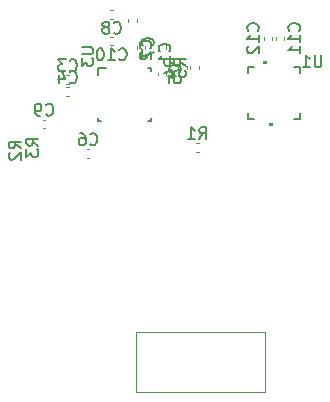
<source format=gbr>
%TF.GenerationSoftware,KiCad,Pcbnew,8.0.5*%
%TF.CreationDate,2025-04-19T21:57:35-04:00*%
%TF.ProjectId,tcg_counter,7463675f-636f-4756-9e74-65722e6b6963,1*%
%TF.SameCoordinates,Original*%
%TF.FileFunction,Legend,Bot*%
%TF.FilePolarity,Positive*%
%FSLAX46Y46*%
G04 Gerber Fmt 4.6, Leading zero omitted, Abs format (unit mm)*
G04 Created by KiCad (PCBNEW 8.0.5) date 2025-04-19 21:57:35*
%MOMM*%
%LPD*%
G01*
G04 APERTURE LIST*
%ADD10C,0.150000*%
%ADD11C,0.120000*%
%ADD12C,0.152400*%
%ADD13C,0.000000*%
G04 APERTURE END LIST*
D10*
X131454819Y-99988095D02*
X132264342Y-99988095D01*
X132264342Y-99988095D02*
X132359580Y-100035714D01*
X132359580Y-100035714D02*
X132407200Y-100083333D01*
X132407200Y-100083333D02*
X132454819Y-100178571D01*
X132454819Y-100178571D02*
X132454819Y-100369047D01*
X132454819Y-100369047D02*
X132407200Y-100464285D01*
X132407200Y-100464285D02*
X132359580Y-100511904D01*
X132359580Y-100511904D02*
X132264342Y-100559523D01*
X132264342Y-100559523D02*
X131454819Y-100559523D01*
X131454819Y-100940476D02*
X131454819Y-101559523D01*
X131454819Y-101559523D02*
X131835771Y-101226190D01*
X131835771Y-101226190D02*
X131835771Y-101369047D01*
X131835771Y-101369047D02*
X131883390Y-101464285D01*
X131883390Y-101464285D02*
X131931009Y-101511904D01*
X131931009Y-101511904D02*
X132026247Y-101559523D01*
X132026247Y-101559523D02*
X132264342Y-101559523D01*
X132264342Y-101559523D02*
X132359580Y-101511904D01*
X132359580Y-101511904D02*
X132407200Y-101464285D01*
X132407200Y-101464285D02*
X132454819Y-101369047D01*
X132454819Y-101369047D02*
X132454819Y-101083333D01*
X132454819Y-101083333D02*
X132407200Y-100988095D01*
X132407200Y-100988095D02*
X132359580Y-100940476D01*
X137269580Y-100083333D02*
X137317200Y-100035714D01*
X137317200Y-100035714D02*
X137364819Y-99892857D01*
X137364819Y-99892857D02*
X137364819Y-99797619D01*
X137364819Y-99797619D02*
X137317200Y-99654762D01*
X137317200Y-99654762D02*
X137221961Y-99559524D01*
X137221961Y-99559524D02*
X137126723Y-99511905D01*
X137126723Y-99511905D02*
X136936247Y-99464286D01*
X136936247Y-99464286D02*
X136793390Y-99464286D01*
X136793390Y-99464286D02*
X136602914Y-99511905D01*
X136602914Y-99511905D02*
X136507676Y-99559524D01*
X136507676Y-99559524D02*
X136412438Y-99654762D01*
X136412438Y-99654762D02*
X136364819Y-99797619D01*
X136364819Y-99797619D02*
X136364819Y-99892857D01*
X136364819Y-99892857D02*
X136412438Y-100035714D01*
X136412438Y-100035714D02*
X136460057Y-100083333D01*
X136460057Y-100464286D02*
X136412438Y-100511905D01*
X136412438Y-100511905D02*
X136364819Y-100607143D01*
X136364819Y-100607143D02*
X136364819Y-100845238D01*
X136364819Y-100845238D02*
X136412438Y-100940476D01*
X136412438Y-100940476D02*
X136460057Y-100988095D01*
X136460057Y-100988095D02*
X136555295Y-101035714D01*
X136555295Y-101035714D02*
X136650533Y-101035714D01*
X136650533Y-101035714D02*
X136793390Y-100988095D01*
X136793390Y-100988095D02*
X137364819Y-100416667D01*
X137364819Y-100416667D02*
X137364819Y-101035714D01*
X140284819Y-101573333D02*
X139808628Y-101240000D01*
X140284819Y-101001905D02*
X139284819Y-101001905D01*
X139284819Y-101001905D02*
X139284819Y-101382857D01*
X139284819Y-101382857D02*
X139332438Y-101478095D01*
X139332438Y-101478095D02*
X139380057Y-101525714D01*
X139380057Y-101525714D02*
X139475295Y-101573333D01*
X139475295Y-101573333D02*
X139618152Y-101573333D01*
X139618152Y-101573333D02*
X139713390Y-101525714D01*
X139713390Y-101525714D02*
X139761009Y-101478095D01*
X139761009Y-101478095D02*
X139808628Y-101382857D01*
X139808628Y-101382857D02*
X139808628Y-101001905D01*
X139284819Y-102478095D02*
X139284819Y-102001905D01*
X139284819Y-102001905D02*
X139761009Y-101954286D01*
X139761009Y-101954286D02*
X139713390Y-102001905D01*
X139713390Y-102001905D02*
X139665771Y-102097143D01*
X139665771Y-102097143D02*
X139665771Y-102335238D01*
X139665771Y-102335238D02*
X139713390Y-102430476D01*
X139713390Y-102430476D02*
X139761009Y-102478095D01*
X139761009Y-102478095D02*
X139856247Y-102525714D01*
X139856247Y-102525714D02*
X140094342Y-102525714D01*
X140094342Y-102525714D02*
X140189580Y-102478095D01*
X140189580Y-102478095D02*
X140237200Y-102430476D01*
X140237200Y-102430476D02*
X140284819Y-102335238D01*
X140284819Y-102335238D02*
X140284819Y-102097143D01*
X140284819Y-102097143D02*
X140237200Y-102001905D01*
X140237200Y-102001905D02*
X140189580Y-101954286D01*
X126284819Y-108568333D02*
X125808628Y-108235000D01*
X126284819Y-107996905D02*
X125284819Y-107996905D01*
X125284819Y-107996905D02*
X125284819Y-108377857D01*
X125284819Y-108377857D02*
X125332438Y-108473095D01*
X125332438Y-108473095D02*
X125380057Y-108520714D01*
X125380057Y-108520714D02*
X125475295Y-108568333D01*
X125475295Y-108568333D02*
X125618152Y-108568333D01*
X125618152Y-108568333D02*
X125713390Y-108520714D01*
X125713390Y-108520714D02*
X125761009Y-108473095D01*
X125761009Y-108473095D02*
X125808628Y-108377857D01*
X125808628Y-108377857D02*
X125808628Y-107996905D01*
X125380057Y-108949286D02*
X125332438Y-108996905D01*
X125332438Y-108996905D02*
X125284819Y-109092143D01*
X125284819Y-109092143D02*
X125284819Y-109330238D01*
X125284819Y-109330238D02*
X125332438Y-109425476D01*
X125332438Y-109425476D02*
X125380057Y-109473095D01*
X125380057Y-109473095D02*
X125475295Y-109520714D01*
X125475295Y-109520714D02*
X125570533Y-109520714D01*
X125570533Y-109520714D02*
X125713390Y-109473095D01*
X125713390Y-109473095D02*
X126284819Y-108901667D01*
X126284819Y-108901667D02*
X126284819Y-109520714D01*
X139769580Y-102103333D02*
X139817200Y-102055714D01*
X139817200Y-102055714D02*
X139864819Y-101912857D01*
X139864819Y-101912857D02*
X139864819Y-101817619D01*
X139864819Y-101817619D02*
X139817200Y-101674762D01*
X139817200Y-101674762D02*
X139721961Y-101579524D01*
X139721961Y-101579524D02*
X139626723Y-101531905D01*
X139626723Y-101531905D02*
X139436247Y-101484286D01*
X139436247Y-101484286D02*
X139293390Y-101484286D01*
X139293390Y-101484286D02*
X139102914Y-101531905D01*
X139102914Y-101531905D02*
X139007676Y-101579524D01*
X139007676Y-101579524D02*
X138912438Y-101674762D01*
X138912438Y-101674762D02*
X138864819Y-101817619D01*
X138864819Y-101817619D02*
X138864819Y-101912857D01*
X138864819Y-101912857D02*
X138912438Y-102055714D01*
X138912438Y-102055714D02*
X138960057Y-102103333D01*
X138864819Y-103008095D02*
X138864819Y-102531905D01*
X138864819Y-102531905D02*
X139341009Y-102484286D01*
X139341009Y-102484286D02*
X139293390Y-102531905D01*
X139293390Y-102531905D02*
X139245771Y-102627143D01*
X139245771Y-102627143D02*
X139245771Y-102865238D01*
X139245771Y-102865238D02*
X139293390Y-102960476D01*
X139293390Y-102960476D02*
X139341009Y-103008095D01*
X139341009Y-103008095D02*
X139436247Y-103055714D01*
X139436247Y-103055714D02*
X139674342Y-103055714D01*
X139674342Y-103055714D02*
X139769580Y-103008095D01*
X139769580Y-103008095D02*
X139817200Y-102960476D01*
X139817200Y-102960476D02*
X139864819Y-102865238D01*
X139864819Y-102865238D02*
X139864819Y-102627143D01*
X139864819Y-102627143D02*
X139817200Y-102531905D01*
X139817200Y-102531905D02*
X139769580Y-102484286D01*
X128436666Y-105699580D02*
X128484285Y-105747200D01*
X128484285Y-105747200D02*
X128627142Y-105794819D01*
X128627142Y-105794819D02*
X128722380Y-105794819D01*
X128722380Y-105794819D02*
X128865237Y-105747200D01*
X128865237Y-105747200D02*
X128960475Y-105651961D01*
X128960475Y-105651961D02*
X129008094Y-105556723D01*
X129008094Y-105556723D02*
X129055713Y-105366247D01*
X129055713Y-105366247D02*
X129055713Y-105223390D01*
X129055713Y-105223390D02*
X129008094Y-105032914D01*
X129008094Y-105032914D02*
X128960475Y-104937676D01*
X128960475Y-104937676D02*
X128865237Y-104842438D01*
X128865237Y-104842438D02*
X128722380Y-104794819D01*
X128722380Y-104794819D02*
X128627142Y-104794819D01*
X128627142Y-104794819D02*
X128484285Y-104842438D01*
X128484285Y-104842438D02*
X128436666Y-104890057D01*
X127960475Y-105794819D02*
X127769999Y-105794819D01*
X127769999Y-105794819D02*
X127674761Y-105747200D01*
X127674761Y-105747200D02*
X127627142Y-105699580D01*
X127627142Y-105699580D02*
X127531904Y-105556723D01*
X127531904Y-105556723D02*
X127484285Y-105366247D01*
X127484285Y-105366247D02*
X127484285Y-104985295D01*
X127484285Y-104985295D02*
X127531904Y-104890057D01*
X127531904Y-104890057D02*
X127579523Y-104842438D01*
X127579523Y-104842438D02*
X127674761Y-104794819D01*
X127674761Y-104794819D02*
X127865237Y-104794819D01*
X127865237Y-104794819D02*
X127960475Y-104842438D01*
X127960475Y-104842438D02*
X128008094Y-104890057D01*
X128008094Y-104890057D02*
X128055713Y-104985295D01*
X128055713Y-104985295D02*
X128055713Y-105223390D01*
X128055713Y-105223390D02*
X128008094Y-105318628D01*
X128008094Y-105318628D02*
X127960475Y-105366247D01*
X127960475Y-105366247D02*
X127865237Y-105413866D01*
X127865237Y-105413866D02*
X127674761Y-105413866D01*
X127674761Y-105413866D02*
X127579523Y-105366247D01*
X127579523Y-105366247D02*
X127531904Y-105318628D01*
X127531904Y-105318628D02*
X127484285Y-105223390D01*
X127784819Y-108333333D02*
X127308628Y-108000000D01*
X127784819Y-107761905D02*
X126784819Y-107761905D01*
X126784819Y-107761905D02*
X126784819Y-108142857D01*
X126784819Y-108142857D02*
X126832438Y-108238095D01*
X126832438Y-108238095D02*
X126880057Y-108285714D01*
X126880057Y-108285714D02*
X126975295Y-108333333D01*
X126975295Y-108333333D02*
X127118152Y-108333333D01*
X127118152Y-108333333D02*
X127213390Y-108285714D01*
X127213390Y-108285714D02*
X127261009Y-108238095D01*
X127261009Y-108238095D02*
X127308628Y-108142857D01*
X127308628Y-108142857D02*
X127308628Y-107761905D01*
X126784819Y-108666667D02*
X126784819Y-109285714D01*
X126784819Y-109285714D02*
X127165771Y-108952381D01*
X127165771Y-108952381D02*
X127165771Y-109095238D01*
X127165771Y-109095238D02*
X127213390Y-109190476D01*
X127213390Y-109190476D02*
X127261009Y-109238095D01*
X127261009Y-109238095D02*
X127356247Y-109285714D01*
X127356247Y-109285714D02*
X127594342Y-109285714D01*
X127594342Y-109285714D02*
X127689580Y-109238095D01*
X127689580Y-109238095D02*
X127737200Y-109190476D01*
X127737200Y-109190476D02*
X127784819Y-109095238D01*
X127784819Y-109095238D02*
X127784819Y-108809524D01*
X127784819Y-108809524D02*
X127737200Y-108714286D01*
X127737200Y-108714286D02*
X127689580Y-108666667D01*
X139444819Y-101573333D02*
X138968628Y-101240000D01*
X139444819Y-101001905D02*
X138444819Y-101001905D01*
X138444819Y-101001905D02*
X138444819Y-101382857D01*
X138444819Y-101382857D02*
X138492438Y-101478095D01*
X138492438Y-101478095D02*
X138540057Y-101525714D01*
X138540057Y-101525714D02*
X138635295Y-101573333D01*
X138635295Y-101573333D02*
X138778152Y-101573333D01*
X138778152Y-101573333D02*
X138873390Y-101525714D01*
X138873390Y-101525714D02*
X138921009Y-101478095D01*
X138921009Y-101478095D02*
X138968628Y-101382857D01*
X138968628Y-101382857D02*
X138968628Y-101001905D01*
X138778152Y-102430476D02*
X139444819Y-102430476D01*
X138397200Y-102192381D02*
X139111485Y-101954286D01*
X139111485Y-101954286D02*
X139111485Y-102573333D01*
X137449580Y-99853333D02*
X137497200Y-99805714D01*
X137497200Y-99805714D02*
X137544819Y-99662857D01*
X137544819Y-99662857D02*
X137544819Y-99567619D01*
X137544819Y-99567619D02*
X137497200Y-99424762D01*
X137497200Y-99424762D02*
X137401961Y-99329524D01*
X137401961Y-99329524D02*
X137306723Y-99281905D01*
X137306723Y-99281905D02*
X137116247Y-99234286D01*
X137116247Y-99234286D02*
X136973390Y-99234286D01*
X136973390Y-99234286D02*
X136782914Y-99281905D01*
X136782914Y-99281905D02*
X136687676Y-99329524D01*
X136687676Y-99329524D02*
X136592438Y-99424762D01*
X136592438Y-99424762D02*
X136544819Y-99567619D01*
X136544819Y-99567619D02*
X136544819Y-99662857D01*
X136544819Y-99662857D02*
X136592438Y-99805714D01*
X136592438Y-99805714D02*
X136640057Y-99853333D01*
X136544819Y-100186667D02*
X136544819Y-100853333D01*
X136544819Y-100853333D02*
X137544819Y-100424762D01*
X130436666Y-101949580D02*
X130484285Y-101997200D01*
X130484285Y-101997200D02*
X130627142Y-102044819D01*
X130627142Y-102044819D02*
X130722380Y-102044819D01*
X130722380Y-102044819D02*
X130865237Y-101997200D01*
X130865237Y-101997200D02*
X130960475Y-101901961D01*
X130960475Y-101901961D02*
X131008094Y-101806723D01*
X131008094Y-101806723D02*
X131055713Y-101616247D01*
X131055713Y-101616247D02*
X131055713Y-101473390D01*
X131055713Y-101473390D02*
X131008094Y-101282914D01*
X131008094Y-101282914D02*
X130960475Y-101187676D01*
X130960475Y-101187676D02*
X130865237Y-101092438D01*
X130865237Y-101092438D02*
X130722380Y-101044819D01*
X130722380Y-101044819D02*
X130627142Y-101044819D01*
X130627142Y-101044819D02*
X130484285Y-101092438D01*
X130484285Y-101092438D02*
X130436666Y-101140057D01*
X130103332Y-101044819D02*
X129484285Y-101044819D01*
X129484285Y-101044819D02*
X129817618Y-101425771D01*
X129817618Y-101425771D02*
X129674761Y-101425771D01*
X129674761Y-101425771D02*
X129579523Y-101473390D01*
X129579523Y-101473390D02*
X129531904Y-101521009D01*
X129531904Y-101521009D02*
X129484285Y-101616247D01*
X129484285Y-101616247D02*
X129484285Y-101854342D01*
X129484285Y-101854342D02*
X129531904Y-101949580D01*
X129531904Y-101949580D02*
X129579523Y-101997200D01*
X129579523Y-101997200D02*
X129674761Y-102044819D01*
X129674761Y-102044819D02*
X129960475Y-102044819D01*
X129960475Y-102044819D02*
X130055713Y-101997200D01*
X130055713Y-101997200D02*
X130103332Y-101949580D01*
X151761904Y-100704819D02*
X151761904Y-101514342D01*
X151761904Y-101514342D02*
X151714285Y-101609580D01*
X151714285Y-101609580D02*
X151666666Y-101657200D01*
X151666666Y-101657200D02*
X151571428Y-101704819D01*
X151571428Y-101704819D02*
X151380952Y-101704819D01*
X151380952Y-101704819D02*
X151285714Y-101657200D01*
X151285714Y-101657200D02*
X151238095Y-101609580D01*
X151238095Y-101609580D02*
X151190476Y-101514342D01*
X151190476Y-101514342D02*
X151190476Y-100704819D01*
X150190476Y-101704819D02*
X150761904Y-101704819D01*
X150476190Y-101704819D02*
X150476190Y-100704819D01*
X150476190Y-100704819D02*
X150571428Y-100847676D01*
X150571428Y-100847676D02*
X150666666Y-100942914D01*
X150666666Y-100942914D02*
X150761904Y-100990533D01*
X149859580Y-98607142D02*
X149907200Y-98559523D01*
X149907200Y-98559523D02*
X149954819Y-98416666D01*
X149954819Y-98416666D02*
X149954819Y-98321428D01*
X149954819Y-98321428D02*
X149907200Y-98178571D01*
X149907200Y-98178571D02*
X149811961Y-98083333D01*
X149811961Y-98083333D02*
X149716723Y-98035714D01*
X149716723Y-98035714D02*
X149526247Y-97988095D01*
X149526247Y-97988095D02*
X149383390Y-97988095D01*
X149383390Y-97988095D02*
X149192914Y-98035714D01*
X149192914Y-98035714D02*
X149097676Y-98083333D01*
X149097676Y-98083333D02*
X149002438Y-98178571D01*
X149002438Y-98178571D02*
X148954819Y-98321428D01*
X148954819Y-98321428D02*
X148954819Y-98416666D01*
X148954819Y-98416666D02*
X149002438Y-98559523D01*
X149002438Y-98559523D02*
X149050057Y-98607142D01*
X149954819Y-99559523D02*
X149954819Y-98988095D01*
X149954819Y-99273809D02*
X148954819Y-99273809D01*
X148954819Y-99273809D02*
X149097676Y-99178571D01*
X149097676Y-99178571D02*
X149192914Y-99083333D01*
X149192914Y-99083333D02*
X149240533Y-98988095D01*
X149954819Y-100511904D02*
X149954819Y-99940476D01*
X149954819Y-100226190D02*
X148954819Y-100226190D01*
X148954819Y-100226190D02*
X149097676Y-100130952D01*
X149097676Y-100130952D02*
X149192914Y-100035714D01*
X149192914Y-100035714D02*
X149240533Y-99940476D01*
X134166666Y-98769580D02*
X134214285Y-98817200D01*
X134214285Y-98817200D02*
X134357142Y-98864819D01*
X134357142Y-98864819D02*
X134452380Y-98864819D01*
X134452380Y-98864819D02*
X134595237Y-98817200D01*
X134595237Y-98817200D02*
X134690475Y-98721961D01*
X134690475Y-98721961D02*
X134738094Y-98626723D01*
X134738094Y-98626723D02*
X134785713Y-98436247D01*
X134785713Y-98436247D02*
X134785713Y-98293390D01*
X134785713Y-98293390D02*
X134738094Y-98102914D01*
X134738094Y-98102914D02*
X134690475Y-98007676D01*
X134690475Y-98007676D02*
X134595237Y-97912438D01*
X134595237Y-97912438D02*
X134452380Y-97864819D01*
X134452380Y-97864819D02*
X134357142Y-97864819D01*
X134357142Y-97864819D02*
X134214285Y-97912438D01*
X134214285Y-97912438D02*
X134166666Y-97960057D01*
X133595237Y-98293390D02*
X133690475Y-98245771D01*
X133690475Y-98245771D02*
X133738094Y-98198152D01*
X133738094Y-98198152D02*
X133785713Y-98102914D01*
X133785713Y-98102914D02*
X133785713Y-98055295D01*
X133785713Y-98055295D02*
X133738094Y-97960057D01*
X133738094Y-97960057D02*
X133690475Y-97912438D01*
X133690475Y-97912438D02*
X133595237Y-97864819D01*
X133595237Y-97864819D02*
X133404761Y-97864819D01*
X133404761Y-97864819D02*
X133309523Y-97912438D01*
X133309523Y-97912438D02*
X133261904Y-97960057D01*
X133261904Y-97960057D02*
X133214285Y-98055295D01*
X133214285Y-98055295D02*
X133214285Y-98102914D01*
X133214285Y-98102914D02*
X133261904Y-98198152D01*
X133261904Y-98198152D02*
X133309523Y-98245771D01*
X133309523Y-98245771D02*
X133404761Y-98293390D01*
X133404761Y-98293390D02*
X133595237Y-98293390D01*
X133595237Y-98293390D02*
X133690475Y-98341009D01*
X133690475Y-98341009D02*
X133738094Y-98388628D01*
X133738094Y-98388628D02*
X133785713Y-98483866D01*
X133785713Y-98483866D02*
X133785713Y-98674342D01*
X133785713Y-98674342D02*
X133738094Y-98769580D01*
X133738094Y-98769580D02*
X133690475Y-98817200D01*
X133690475Y-98817200D02*
X133595237Y-98864819D01*
X133595237Y-98864819D02*
X133404761Y-98864819D01*
X133404761Y-98864819D02*
X133309523Y-98817200D01*
X133309523Y-98817200D02*
X133261904Y-98769580D01*
X133261904Y-98769580D02*
X133214285Y-98674342D01*
X133214285Y-98674342D02*
X133214285Y-98483866D01*
X133214285Y-98483866D02*
X133261904Y-98388628D01*
X133261904Y-98388628D02*
X133309523Y-98341009D01*
X133309523Y-98341009D02*
X133404761Y-98293390D01*
X141416666Y-107784819D02*
X141749999Y-107308628D01*
X141988094Y-107784819D02*
X141988094Y-106784819D01*
X141988094Y-106784819D02*
X141607142Y-106784819D01*
X141607142Y-106784819D02*
X141511904Y-106832438D01*
X141511904Y-106832438D02*
X141464285Y-106880057D01*
X141464285Y-106880057D02*
X141416666Y-106975295D01*
X141416666Y-106975295D02*
X141416666Y-107118152D01*
X141416666Y-107118152D02*
X141464285Y-107213390D01*
X141464285Y-107213390D02*
X141511904Y-107261009D01*
X141511904Y-107261009D02*
X141607142Y-107308628D01*
X141607142Y-107308628D02*
X141988094Y-107308628D01*
X140464285Y-107784819D02*
X141035713Y-107784819D01*
X140749999Y-107784819D02*
X140749999Y-106784819D01*
X140749999Y-106784819D02*
X140845237Y-106927676D01*
X140845237Y-106927676D02*
X140940475Y-107022914D01*
X140940475Y-107022914D02*
X141035713Y-107070533D01*
X130436666Y-102949580D02*
X130484285Y-102997200D01*
X130484285Y-102997200D02*
X130627142Y-103044819D01*
X130627142Y-103044819D02*
X130722380Y-103044819D01*
X130722380Y-103044819D02*
X130865237Y-102997200D01*
X130865237Y-102997200D02*
X130960475Y-102901961D01*
X130960475Y-102901961D02*
X131008094Y-102806723D01*
X131008094Y-102806723D02*
X131055713Y-102616247D01*
X131055713Y-102616247D02*
X131055713Y-102473390D01*
X131055713Y-102473390D02*
X131008094Y-102282914D01*
X131008094Y-102282914D02*
X130960475Y-102187676D01*
X130960475Y-102187676D02*
X130865237Y-102092438D01*
X130865237Y-102092438D02*
X130722380Y-102044819D01*
X130722380Y-102044819D02*
X130627142Y-102044819D01*
X130627142Y-102044819D02*
X130484285Y-102092438D01*
X130484285Y-102092438D02*
X130436666Y-102140057D01*
X129579523Y-102378152D02*
X129579523Y-103044819D01*
X129817618Y-101997200D02*
X130055713Y-102711485D01*
X130055713Y-102711485D02*
X129436666Y-102711485D01*
X146359580Y-98607142D02*
X146407200Y-98559523D01*
X146407200Y-98559523D02*
X146454819Y-98416666D01*
X146454819Y-98416666D02*
X146454819Y-98321428D01*
X146454819Y-98321428D02*
X146407200Y-98178571D01*
X146407200Y-98178571D02*
X146311961Y-98083333D01*
X146311961Y-98083333D02*
X146216723Y-98035714D01*
X146216723Y-98035714D02*
X146026247Y-97988095D01*
X146026247Y-97988095D02*
X145883390Y-97988095D01*
X145883390Y-97988095D02*
X145692914Y-98035714D01*
X145692914Y-98035714D02*
X145597676Y-98083333D01*
X145597676Y-98083333D02*
X145502438Y-98178571D01*
X145502438Y-98178571D02*
X145454819Y-98321428D01*
X145454819Y-98321428D02*
X145454819Y-98416666D01*
X145454819Y-98416666D02*
X145502438Y-98559523D01*
X145502438Y-98559523D02*
X145550057Y-98607142D01*
X146454819Y-99559523D02*
X146454819Y-98988095D01*
X146454819Y-99273809D02*
X145454819Y-99273809D01*
X145454819Y-99273809D02*
X145597676Y-99178571D01*
X145597676Y-99178571D02*
X145692914Y-99083333D01*
X145692914Y-99083333D02*
X145740533Y-98988095D01*
X145550057Y-99940476D02*
X145502438Y-99988095D01*
X145502438Y-99988095D02*
X145454819Y-100083333D01*
X145454819Y-100083333D02*
X145454819Y-100321428D01*
X145454819Y-100321428D02*
X145502438Y-100416666D01*
X145502438Y-100416666D02*
X145550057Y-100464285D01*
X145550057Y-100464285D02*
X145645295Y-100511904D01*
X145645295Y-100511904D02*
X145740533Y-100511904D01*
X145740533Y-100511904D02*
X145883390Y-100464285D01*
X145883390Y-100464285D02*
X146454819Y-99892857D01*
X146454819Y-99892857D02*
X146454819Y-100511904D01*
X134642857Y-101019580D02*
X134690476Y-101067200D01*
X134690476Y-101067200D02*
X134833333Y-101114819D01*
X134833333Y-101114819D02*
X134928571Y-101114819D01*
X134928571Y-101114819D02*
X135071428Y-101067200D01*
X135071428Y-101067200D02*
X135166666Y-100971961D01*
X135166666Y-100971961D02*
X135214285Y-100876723D01*
X135214285Y-100876723D02*
X135261904Y-100686247D01*
X135261904Y-100686247D02*
X135261904Y-100543390D01*
X135261904Y-100543390D02*
X135214285Y-100352914D01*
X135214285Y-100352914D02*
X135166666Y-100257676D01*
X135166666Y-100257676D02*
X135071428Y-100162438D01*
X135071428Y-100162438D02*
X134928571Y-100114819D01*
X134928571Y-100114819D02*
X134833333Y-100114819D01*
X134833333Y-100114819D02*
X134690476Y-100162438D01*
X134690476Y-100162438D02*
X134642857Y-100210057D01*
X133690476Y-101114819D02*
X134261904Y-101114819D01*
X133976190Y-101114819D02*
X133976190Y-100114819D01*
X133976190Y-100114819D02*
X134071428Y-100257676D01*
X134071428Y-100257676D02*
X134166666Y-100352914D01*
X134166666Y-100352914D02*
X134261904Y-100400533D01*
X133071428Y-100114819D02*
X132976190Y-100114819D01*
X132976190Y-100114819D02*
X132880952Y-100162438D01*
X132880952Y-100162438D02*
X132833333Y-100210057D01*
X132833333Y-100210057D02*
X132785714Y-100305295D01*
X132785714Y-100305295D02*
X132738095Y-100495771D01*
X132738095Y-100495771D02*
X132738095Y-100733866D01*
X132738095Y-100733866D02*
X132785714Y-100924342D01*
X132785714Y-100924342D02*
X132833333Y-101019580D01*
X132833333Y-101019580D02*
X132880952Y-101067200D01*
X132880952Y-101067200D02*
X132976190Y-101114819D01*
X132976190Y-101114819D02*
X133071428Y-101114819D01*
X133071428Y-101114819D02*
X133166666Y-101067200D01*
X133166666Y-101067200D02*
X133214285Y-101019580D01*
X133214285Y-101019580D02*
X133261904Y-100924342D01*
X133261904Y-100924342D02*
X133309523Y-100733866D01*
X133309523Y-100733866D02*
X133309523Y-100495771D01*
X133309523Y-100495771D02*
X133261904Y-100305295D01*
X133261904Y-100305295D02*
X133214285Y-100210057D01*
X133214285Y-100210057D02*
X133166666Y-100162438D01*
X133166666Y-100162438D02*
X133071428Y-100114819D01*
X138869580Y-100353333D02*
X138917200Y-100305714D01*
X138917200Y-100305714D02*
X138964819Y-100162857D01*
X138964819Y-100162857D02*
X138964819Y-100067619D01*
X138964819Y-100067619D02*
X138917200Y-99924762D01*
X138917200Y-99924762D02*
X138821961Y-99829524D01*
X138821961Y-99829524D02*
X138726723Y-99781905D01*
X138726723Y-99781905D02*
X138536247Y-99734286D01*
X138536247Y-99734286D02*
X138393390Y-99734286D01*
X138393390Y-99734286D02*
X138202914Y-99781905D01*
X138202914Y-99781905D02*
X138107676Y-99829524D01*
X138107676Y-99829524D02*
X138012438Y-99924762D01*
X138012438Y-99924762D02*
X137964819Y-100067619D01*
X137964819Y-100067619D02*
X137964819Y-100162857D01*
X137964819Y-100162857D02*
X138012438Y-100305714D01*
X138012438Y-100305714D02*
X138060057Y-100353333D01*
X138964819Y-101305714D02*
X138964819Y-100734286D01*
X138964819Y-101020000D02*
X137964819Y-101020000D01*
X137964819Y-101020000D02*
X138107676Y-100924762D01*
X138107676Y-100924762D02*
X138202914Y-100829524D01*
X138202914Y-100829524D02*
X138250533Y-100734286D01*
X132166666Y-108199580D02*
X132214285Y-108247200D01*
X132214285Y-108247200D02*
X132357142Y-108294819D01*
X132357142Y-108294819D02*
X132452380Y-108294819D01*
X132452380Y-108294819D02*
X132595237Y-108247200D01*
X132595237Y-108247200D02*
X132690475Y-108151961D01*
X132690475Y-108151961D02*
X132738094Y-108056723D01*
X132738094Y-108056723D02*
X132785713Y-107866247D01*
X132785713Y-107866247D02*
X132785713Y-107723390D01*
X132785713Y-107723390D02*
X132738094Y-107532914D01*
X132738094Y-107532914D02*
X132690475Y-107437676D01*
X132690475Y-107437676D02*
X132595237Y-107342438D01*
X132595237Y-107342438D02*
X132452380Y-107294819D01*
X132452380Y-107294819D02*
X132357142Y-107294819D01*
X132357142Y-107294819D02*
X132214285Y-107342438D01*
X132214285Y-107342438D02*
X132166666Y-107390057D01*
X131309523Y-107294819D02*
X131499999Y-107294819D01*
X131499999Y-107294819D02*
X131595237Y-107342438D01*
X131595237Y-107342438D02*
X131642856Y-107390057D01*
X131642856Y-107390057D02*
X131738094Y-107532914D01*
X131738094Y-107532914D02*
X131785713Y-107723390D01*
X131785713Y-107723390D02*
X131785713Y-108104342D01*
X131785713Y-108104342D02*
X131738094Y-108199580D01*
X131738094Y-108199580D02*
X131690475Y-108247200D01*
X131690475Y-108247200D02*
X131595237Y-108294819D01*
X131595237Y-108294819D02*
X131404761Y-108294819D01*
X131404761Y-108294819D02*
X131309523Y-108247200D01*
X131309523Y-108247200D02*
X131261904Y-108199580D01*
X131261904Y-108199580D02*
X131214285Y-108104342D01*
X131214285Y-108104342D02*
X131214285Y-107866247D01*
X131214285Y-107866247D02*
X131261904Y-107771009D01*
X131261904Y-107771009D02*
X131309523Y-107723390D01*
X131309523Y-107723390D02*
X131404761Y-107675771D01*
X131404761Y-107675771D02*
X131595237Y-107675771D01*
X131595237Y-107675771D02*
X131690475Y-107723390D01*
X131690475Y-107723390D02*
X131738094Y-107771009D01*
X131738094Y-107771009D02*
X131785713Y-107866247D01*
D11*
%TO.C,P1*%
X136030000Y-124095000D02*
X146970000Y-124095000D01*
X136030000Y-129175000D02*
X136030000Y-124095000D01*
X146970000Y-124095000D02*
X146970000Y-129175000D01*
X146970000Y-129175000D02*
X136030000Y-129175000D01*
D12*
%TO.C,U3*%
X132875002Y-101775001D02*
X133500002Y-101775001D01*
X132875002Y-102400001D02*
X132875002Y-101775001D01*
X132875002Y-106224999D02*
X132875002Y-106000001D01*
X132875002Y-106224999D02*
X133100000Y-106224999D01*
X137100002Y-101775001D02*
X137325000Y-101775001D01*
X137100002Y-106224999D02*
X137325000Y-106224999D01*
X137325000Y-101999999D02*
X137325000Y-101775001D01*
X137325000Y-106224999D02*
X137325000Y-106000001D01*
D11*
%TO.C,C2*%
X136110000Y-97642164D02*
X136110000Y-97857836D01*
X135390000Y-97642164D02*
X135390000Y-97857836D01*
%TO.C,R5*%
X140620000Y-101893641D02*
X140620000Y-101586359D01*
X141380000Y-101893641D02*
X141380000Y-101586359D01*
%TO.C,C5*%
X137890000Y-102162164D02*
X137890000Y-102377836D01*
X138610000Y-102162164D02*
X138610000Y-102377836D01*
%TO.C,C9*%
X128162164Y-106140000D02*
X128377836Y-106140000D01*
X128162164Y-106860000D02*
X128377836Y-106860000D01*
%TO.C,R4*%
X139620000Y-101893641D02*
X139620000Y-101586359D01*
X140380000Y-101893641D02*
X140380000Y-101586359D01*
%TO.C,C7*%
X137890000Y-100127836D02*
X137890000Y-99912164D01*
X138610000Y-100127836D02*
X138610000Y-99912164D01*
%TO.C,C3*%
X130162164Y-102390000D02*
X130377836Y-102390000D01*
X130162164Y-103110000D02*
X130377836Y-103110000D01*
D12*
%TO.C,U1*%
X145578301Y-101720600D02*
X145578301Y-102182560D01*
X145578301Y-105602040D02*
X145578301Y-106064000D01*
X145578301Y-106064000D02*
X146040261Y-106064000D01*
X146040261Y-101720600D02*
X145578301Y-101720600D01*
X149459741Y-106064000D02*
X149921701Y-106064000D01*
X149921701Y-101720600D02*
X149459741Y-101720600D01*
X149921701Y-102182560D02*
X149921701Y-101720600D01*
X149921701Y-106064000D02*
X149921701Y-105602040D01*
D13*
G36*
X147190500Y-101390400D02*
G01*
X146809500Y-101390400D01*
X146809500Y-101136400D01*
X147190500Y-101136400D01*
X147190500Y-101390400D01*
G37*
G36*
X147690502Y-106648200D02*
G01*
X147309501Y-106648200D01*
X147309501Y-106394200D01*
X147690502Y-106394200D01*
X147690502Y-106648200D01*
G37*
D11*
%TO.C,C11*%
X147890000Y-99162164D02*
X147890000Y-99377836D01*
X148610000Y-99162164D02*
X148610000Y-99377836D01*
%TO.C,C8*%
X134107836Y-96890000D02*
X133892164Y-96890000D01*
X134107836Y-97610000D02*
X133892164Y-97610000D01*
%TO.C,R1*%
X141096359Y-108120000D02*
X141403641Y-108120000D01*
X141096359Y-108880000D02*
X141403641Y-108880000D01*
%TO.C,C4*%
X130162164Y-103390000D02*
X130377836Y-103390000D01*
X130162164Y-104110000D02*
X130377836Y-104110000D01*
%TO.C,C12*%
X146890000Y-99162164D02*
X146890000Y-99377836D01*
X147610000Y-99162164D02*
X147610000Y-99377836D01*
%TO.C,C10*%
X134107836Y-99140000D02*
X133892164Y-99140000D01*
X134107836Y-99860000D02*
X133892164Y-99860000D01*
%TO.C,C1*%
X136860000Y-99912164D02*
X136860000Y-100127836D01*
X136140000Y-99912164D02*
X136140000Y-100127836D01*
%TO.C,C6*%
X131892164Y-108640000D02*
X132107836Y-108640000D01*
X131892164Y-109360000D02*
X132107836Y-109360000D01*
%TD*%
M02*

</source>
